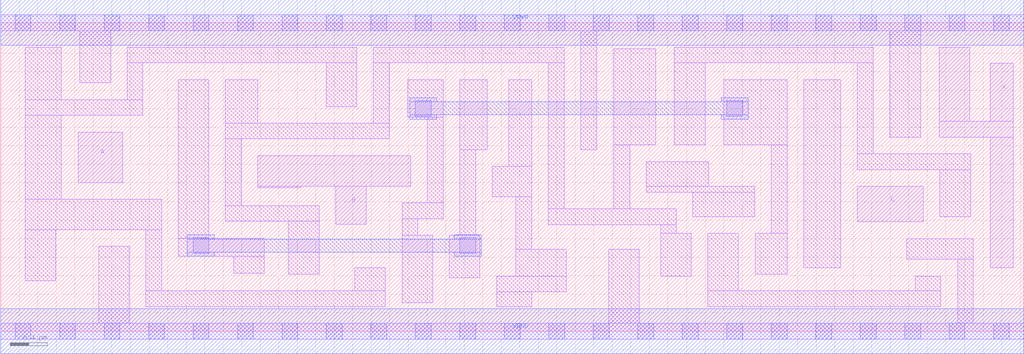
<source format=lef>
# Copyright 2020 The SkyWater PDK Authors
#
# Licensed under the Apache License, Version 2.0 (the "License");
# you may not use this file except in compliance with the License.
# You may obtain a copy of the License at
#
#     https://www.apache.org/licenses/LICENSE-2.0
#
# Unless required by applicable law or agreed to in writing, software
# distributed under the License is distributed on an "AS IS" BASIS,
# WITHOUT WARRANTIES OR CONDITIONS OF ANY KIND, either express or implied.
# See the License for the specific language governing permissions and
# limitations under the License.
#
# SPDX-License-Identifier: Apache-2.0

VERSION 5.7 ;
  NAMESCASESENSITIVE ON ;
  NOWIREEXTENSIONATPIN ON ;
  DIVIDERCHAR "/" ;
  BUSBITCHARS "[]" ;
UNITS
  DATABASE MICRONS 200 ;
END UNITS
MACRO sky130_fd_sc_lp__xor3_lp
  CLASS CORE ;
  SOURCE USER ;
  FOREIGN sky130_fd_sc_lp__xor3_lp ;
  ORIGIN  0.000000  0.000000 ;
  SIZE  11.04000 BY  3.330000 ;
  SYMMETRY X Y R90 ;
  SITE unit ;
  PIN A
    ANTENNAGATEAREA  0.376000 ;
    DIRECTION INPUT ;
    USE SIGNAL ;
    PORT
      LAYER li1 ;
        RECT 0.835000 1.605000 1.315000 2.150000 ;
    END
  END A
  PIN B
    ANTENNAGATEAREA  1.002000 ;
    DIRECTION INPUT ;
    USE SIGNAL ;
    PORT
      LAYER li1 ;
        RECT 2.775000 1.550000 3.235000 1.565000 ;
        RECT 2.775000 1.565000 4.425000 1.895000 ;
        RECT 3.615000 1.155000 3.945000 1.565000 ;
    END
  END B
  PIN C
    ANTENNAGATEAREA  0.689000 ;
    DIRECTION INPUT ;
    USE SIGNAL ;
    PORT
      LAYER li1 ;
        RECT 9.245000 1.180000 9.955000 1.565000 ;
    END
  END C
  PIN X
    ANTENNADIFFAREA  0.404700 ;
    DIRECTION OUTPUT ;
    USE SIGNAL ;
    PORT
      LAYER li1 ;
        RECT 10.125000 2.095000 10.925000 2.265000 ;
        RECT 10.125000 2.265000 10.455000 3.065000 ;
        RECT 10.675000 0.685000 10.925000 2.095000 ;
        RECT 10.675000 2.265000 10.925000 2.890000 ;
    END
  END X
  PIN VGND
    DIRECTION INOUT ;
    USE GROUND ;
    PORT
      LAYER met1 ;
        RECT 0.000000 -0.245000 11.040000 0.245000 ;
    END
  END VGND
  PIN VPWR
    DIRECTION INOUT ;
    USE POWER ;
    PORT
      LAYER met1 ;
        RECT 0.000000 3.085000 11.040000 3.575000 ;
    END
  END VPWR
  OBS
    LAYER li1 ;
      RECT  0.000000 -0.085000 11.040000 0.085000 ;
      RECT  0.000000  3.245000 11.040000 3.415000 ;
      RECT  0.265000  0.545000  0.595000 1.095000 ;
      RECT  0.265000  1.095000  1.735000 1.425000 ;
      RECT  0.265000  1.425000  0.655000 2.330000 ;
      RECT  0.265000  2.330000  1.535000 2.500000 ;
      RECT  0.265000  2.500000  0.655000 3.065000 ;
      RECT  0.855000  2.680000  1.185000 3.245000 ;
      RECT  1.055000  0.085000  1.385000 0.915000 ;
      RECT  1.365000  2.500000  1.535000 2.895000 ;
      RECT  1.365000  2.895000  3.840000 3.065000 ;
      RECT  1.565000  0.265000  4.150000 0.435000 ;
      RECT  1.565000  0.435000  1.735000 1.095000 ;
      RECT  1.915000  0.810000  2.845000 1.005000 ;
      RECT  1.915000  1.005000  2.245000 2.715000 ;
      RECT  2.425000  1.185000  3.435000 1.355000 ;
      RECT  2.425000  1.355000  2.595000 2.075000 ;
      RECT  2.425000  2.075000  4.190000 2.245000 ;
      RECT  2.425000  2.245000  2.775000 2.715000 ;
      RECT  2.515000  0.625000  2.845000 0.810000 ;
      RECT  3.105000  0.615000  3.435000 1.185000 ;
      RECT  3.510000  2.425000  3.840000 2.895000 ;
      RECT  3.820000  0.435000  4.150000 0.685000 ;
      RECT  4.020000  2.245000  4.190000 2.895000 ;
      RECT  4.020000  2.895000  6.080000 3.065000 ;
      RECT  4.330000  0.310000  4.660000 1.035000 ;
      RECT  4.330000  1.035000  4.500000 1.215000 ;
      RECT  4.330000  1.215000  4.775000 1.385000 ;
      RECT  4.390000  2.310000  4.775000 2.715000 ;
      RECT  4.605000  1.385000  4.775000 2.310000 ;
      RECT  4.840000  0.575000  5.170000 1.035000 ;
      RECT  4.955000  1.035000  5.170000 1.040000 ;
      RECT  4.955000  1.040000  5.125000 1.960000 ;
      RECT  4.955000  1.960000  5.250000 2.715000 ;
      RECT  5.305000  1.450000  5.730000 1.780000 ;
      RECT  5.350000  0.265000  5.730000 0.425000 ;
      RECT  5.350000  0.425000  6.100000 0.595000 ;
      RECT  5.480000  1.780000  5.730000 2.715000 ;
      RECT  5.560000  0.595000  6.100000 0.885000 ;
      RECT  5.560000  0.885000  5.730000 1.450000 ;
      RECT  5.910000  1.150000  7.290000 1.320000 ;
      RECT  5.910000  1.320000  6.080000 2.895000 ;
      RECT  6.260000  1.960000  6.430000 3.245000 ;
      RECT  6.560000  0.085000  6.890000 0.885000 ;
      RECT  6.615000  1.320000  6.785000 2.010000 ;
      RECT  6.615000  2.010000  7.070000 3.050000 ;
      RECT  6.965000  1.500000  8.135000 1.565000 ;
      RECT  6.965000  1.565000  7.640000 1.830000 ;
      RECT  7.120000  0.595000  7.450000 1.055000 ;
      RECT  7.120000  1.055000  7.290000 1.150000 ;
      RECT  7.270000  2.010000  7.600000 2.895000 ;
      RECT  7.270000  2.895000  9.415000 3.065000 ;
      RECT  7.470000  1.235000  8.135000 1.500000 ;
      RECT  7.630000  0.265000 10.145000 0.435000 ;
      RECT  7.630000  0.435000  7.960000 1.055000 ;
      RECT  7.800000  2.010000  8.485000 2.715000 ;
      RECT  8.140000  0.615000  8.485000 1.055000 ;
      RECT  8.315000  1.055000  8.485000 2.010000 ;
      RECT  8.665000  0.685000  9.065000 2.715000 ;
      RECT  9.245000  1.745000 10.465000 1.915000 ;
      RECT  9.245000  1.915000  9.415000 2.895000 ;
      RECT  9.595000  2.095000  9.925000 3.245000 ;
      RECT  9.775000  0.775000 10.495000 1.000000 ;
      RECT  9.870000  0.435000 10.145000 0.595000 ;
      RECT 10.135000  1.235000 10.465000 1.745000 ;
      RECT 10.325000  0.085000 10.495000 0.775000 ;
    LAYER mcon ;
      RECT  0.155000 -0.085000  0.325000 0.085000 ;
      RECT  0.155000  3.245000  0.325000 3.415000 ;
      RECT  0.635000 -0.085000  0.805000 0.085000 ;
      RECT  0.635000  3.245000  0.805000 3.415000 ;
      RECT  1.115000 -0.085000  1.285000 0.085000 ;
      RECT  1.115000  3.245000  1.285000 3.415000 ;
      RECT  1.595000 -0.085000  1.765000 0.085000 ;
      RECT  1.595000  3.245000  1.765000 3.415000 ;
      RECT  2.075000 -0.085000  2.245000 0.085000 ;
      RECT  2.075000  0.840000  2.245000 1.010000 ;
      RECT  2.075000  3.245000  2.245000 3.415000 ;
      RECT  2.555000 -0.085000  2.725000 0.085000 ;
      RECT  2.555000  3.245000  2.725000 3.415000 ;
      RECT  3.035000 -0.085000  3.205000 0.085000 ;
      RECT  3.035000  3.245000  3.205000 3.415000 ;
      RECT  3.515000 -0.085000  3.685000 0.085000 ;
      RECT  3.515000  3.245000  3.685000 3.415000 ;
      RECT  3.995000 -0.085000  4.165000 0.085000 ;
      RECT  3.995000  3.245000  4.165000 3.415000 ;
      RECT  4.475000 -0.085000  4.645000 0.085000 ;
      RECT  4.475000  2.320000  4.645000 2.490000 ;
      RECT  4.475000  3.245000  4.645000 3.415000 ;
      RECT  4.955000 -0.085000  5.125000 0.085000 ;
      RECT  4.955000  0.840000  5.125000 1.010000 ;
      RECT  4.955000  3.245000  5.125000 3.415000 ;
      RECT  5.435000 -0.085000  5.605000 0.085000 ;
      RECT  5.435000  3.245000  5.605000 3.415000 ;
      RECT  5.915000 -0.085000  6.085000 0.085000 ;
      RECT  5.915000  3.245000  6.085000 3.415000 ;
      RECT  6.395000 -0.085000  6.565000 0.085000 ;
      RECT  6.395000  3.245000  6.565000 3.415000 ;
      RECT  6.875000 -0.085000  7.045000 0.085000 ;
      RECT  6.875000  3.245000  7.045000 3.415000 ;
      RECT  7.355000 -0.085000  7.525000 0.085000 ;
      RECT  7.355000  3.245000  7.525000 3.415000 ;
      RECT  7.835000 -0.085000  8.005000 0.085000 ;
      RECT  7.835000  2.320000  8.005000 2.490000 ;
      RECT  7.835000  3.245000  8.005000 3.415000 ;
      RECT  8.315000 -0.085000  8.485000 0.085000 ;
      RECT  8.315000  3.245000  8.485000 3.415000 ;
      RECT  8.795000 -0.085000  8.965000 0.085000 ;
      RECT  8.795000  3.245000  8.965000 3.415000 ;
      RECT  9.275000 -0.085000  9.445000 0.085000 ;
      RECT  9.275000  3.245000  9.445000 3.415000 ;
      RECT  9.755000 -0.085000  9.925000 0.085000 ;
      RECT  9.755000  3.245000  9.925000 3.415000 ;
      RECT 10.235000 -0.085000 10.405000 0.085000 ;
      RECT 10.235000  3.245000 10.405000 3.415000 ;
      RECT 10.715000 -0.085000 10.885000 0.085000 ;
      RECT 10.715000  3.245000 10.885000 3.415000 ;
    LAYER met1 ;
      RECT 2.015000 0.810000 2.305000 0.855000 ;
      RECT 2.015000 0.855000 5.185000 0.995000 ;
      RECT 2.015000 0.995000 2.305000 1.040000 ;
      RECT 4.415000 2.290000 4.705000 2.335000 ;
      RECT 4.415000 2.335000 8.065000 2.475000 ;
      RECT 4.415000 2.475000 4.705000 2.520000 ;
      RECT 4.895000 0.810000 5.185000 0.855000 ;
      RECT 4.895000 0.995000 5.185000 1.040000 ;
      RECT 7.775000 2.290000 8.065000 2.335000 ;
      RECT 7.775000 2.475000 8.065000 2.520000 ;
  END
END sky130_fd_sc_lp__xor3_lp

</source>
